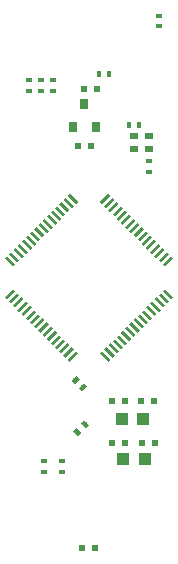
<source format=gbr>
G04 #@! TF.GenerationSoftware,KiCad,Pcbnew,5.1.2*
G04 #@! TF.CreationDate,2019-08-04T19:59:17+02:00*
G04 #@! TF.ProjectId,neutron-c,6e657574-726f-46e2-9d63-2e6b69636164,rev?*
G04 #@! TF.SameCoordinates,Original*
G04 #@! TF.FileFunction,Paste,Top*
G04 #@! TF.FilePolarity,Positive*
%FSLAX46Y46*%
G04 Gerber Fmt 4.6, Leading zero omitted, Abs format (unit mm)*
G04 Created by KiCad (PCBNEW 5.1.2) date 2019-08-04 19:59:17*
%MOMM*%
%LPD*%
G04 APERTURE LIST*
%ADD10R,0.600000X0.400000*%
%ADD11R,0.600000X0.500000*%
%ADD12R,0.400000X0.600000*%
%ADD13R,1.050000X1.100000*%
%ADD14R,0.700000X0.600000*%
%ADD15C,0.400000*%
%ADD16C,0.100000*%
%ADD17C,0.250000*%
%ADD18R,0.800000X0.900000*%
G04 APERTURE END LIST*
D10*
X182499000Y-14293000D03*
X182499000Y-13393000D03*
D11*
X182033000Y-45974000D03*
X180933000Y-45974000D03*
D12*
X177350000Y-18288000D03*
X178250000Y-18288000D03*
D11*
X181060000Y-49530000D03*
X182160000Y-49530000D03*
X179620000Y-49530000D03*
X178520000Y-49530000D03*
D13*
X181138000Y-47498000D03*
X179288000Y-47498000D03*
X179415000Y-50927000D03*
X181265000Y-50927000D03*
D11*
X175980000Y-58420000D03*
X177080000Y-58420000D03*
X178520000Y-45974000D03*
X179620000Y-45974000D03*
D10*
X172720000Y-52012000D03*
X172720000Y-51112000D03*
D11*
X177207000Y-19558000D03*
X176107000Y-19558000D03*
X175599000Y-24384000D03*
X176699000Y-24384000D03*
D14*
X181610000Y-23580000D03*
X181610000Y-24680000D03*
X180340000Y-23580000D03*
X180340000Y-24680000D03*
D10*
X174244000Y-52012000D03*
X174244000Y-51112000D03*
X181610000Y-25712000D03*
X181610000Y-26612000D03*
D12*
X179890000Y-22606000D03*
X180790000Y-22606000D03*
D10*
X171450000Y-18854000D03*
X171450000Y-19754000D03*
X173482000Y-19754000D03*
X173482000Y-18854000D03*
X172466000Y-18854000D03*
X172466000Y-19754000D03*
D15*
X176191408Y-47977904D03*
D16*
G36*
X176262119Y-48331457D02*
G01*
X175837855Y-47907193D01*
X176120697Y-47624351D01*
X176544961Y-48048615D01*
X176262119Y-48331457D01*
X176262119Y-48331457D01*
G37*
D15*
X175555012Y-48614300D03*
D16*
G36*
X175625723Y-48967853D02*
G01*
X175201459Y-48543589D01*
X175484301Y-48260747D01*
X175908565Y-48685011D01*
X175625723Y-48967853D01*
X175625723Y-48967853D01*
G37*
D15*
X175375407Y-44206197D03*
D16*
G36*
X175021854Y-44276908D02*
G01*
X175446118Y-43852644D01*
X175728960Y-44135486D01*
X175304696Y-44559750D01*
X175021854Y-44276908D01*
X175021854Y-44276908D01*
G37*
D15*
X176011803Y-44842593D03*
D16*
G36*
X175658250Y-44913304D02*
G01*
X176082514Y-44489040D01*
X176365356Y-44771882D01*
X175941092Y-45196146D01*
X175658250Y-44913304D01*
X175658250Y-44913304D01*
G37*
D17*
X175151142Y-42242159D03*
D16*
G36*
X175416307Y-41800217D02*
G01*
X175593084Y-41976994D01*
X174885977Y-42684101D01*
X174709200Y-42507324D01*
X175416307Y-41800217D01*
X175416307Y-41800217D01*
G37*
D17*
X174797588Y-41888606D03*
D16*
G36*
X175062753Y-41446664D02*
G01*
X175239530Y-41623441D01*
X174532423Y-42330548D01*
X174355646Y-42153771D01*
X175062753Y-41446664D01*
X175062753Y-41446664D01*
G37*
D17*
X174444035Y-41535052D03*
D16*
G36*
X174709200Y-41093110D02*
G01*
X174885977Y-41269887D01*
X174178870Y-41976994D01*
X174002093Y-41800217D01*
X174709200Y-41093110D01*
X174709200Y-41093110D01*
G37*
D17*
X174090482Y-41181499D03*
D16*
G36*
X174355647Y-40739557D02*
G01*
X174532424Y-40916334D01*
X173825317Y-41623441D01*
X173648540Y-41446664D01*
X174355647Y-40739557D01*
X174355647Y-40739557D01*
G37*
D17*
X173736928Y-40827946D03*
D16*
G36*
X174002093Y-40386004D02*
G01*
X174178870Y-40562781D01*
X173471763Y-41269888D01*
X173294986Y-41093111D01*
X174002093Y-40386004D01*
X174002093Y-40386004D01*
G37*
D17*
X173383375Y-40474392D03*
D16*
G36*
X173648540Y-40032450D02*
G01*
X173825317Y-40209227D01*
X173118210Y-40916334D01*
X172941433Y-40739557D01*
X173648540Y-40032450D01*
X173648540Y-40032450D01*
G37*
D17*
X173029821Y-40120839D03*
D16*
G36*
X173294986Y-39678897D02*
G01*
X173471763Y-39855674D01*
X172764656Y-40562781D01*
X172587879Y-40386004D01*
X173294986Y-39678897D01*
X173294986Y-39678897D01*
G37*
D17*
X172676268Y-39767285D03*
D16*
G36*
X172941433Y-39325343D02*
G01*
X173118210Y-39502120D01*
X172411103Y-40209227D01*
X172234326Y-40032450D01*
X172941433Y-39325343D01*
X172941433Y-39325343D01*
G37*
D17*
X172322715Y-39413732D03*
D16*
G36*
X172587880Y-38971790D02*
G01*
X172764657Y-39148567D01*
X172057550Y-39855674D01*
X171880773Y-39678897D01*
X172587880Y-38971790D01*
X172587880Y-38971790D01*
G37*
D17*
X171969161Y-39060179D03*
D16*
G36*
X172234326Y-38618237D02*
G01*
X172411103Y-38795014D01*
X171703996Y-39502121D01*
X171527219Y-39325344D01*
X172234326Y-38618237D01*
X172234326Y-38618237D01*
G37*
D17*
X171615608Y-38706625D03*
D16*
G36*
X171880773Y-38264683D02*
G01*
X172057550Y-38441460D01*
X171350443Y-39148567D01*
X171173666Y-38971790D01*
X171880773Y-38264683D01*
X171880773Y-38264683D01*
G37*
D17*
X171262054Y-38353072D03*
D16*
G36*
X171527219Y-37911130D02*
G01*
X171703996Y-38087907D01*
X170996889Y-38795014D01*
X170820112Y-38618237D01*
X171527219Y-37911130D01*
X171527219Y-37911130D01*
G37*
D17*
X170908501Y-37999518D03*
D16*
G36*
X171173666Y-37557576D02*
G01*
X171350443Y-37734353D01*
X170643336Y-38441460D01*
X170466559Y-38264683D01*
X171173666Y-37557576D01*
X171173666Y-37557576D01*
G37*
D17*
X170554948Y-37645965D03*
D16*
G36*
X170820113Y-37204023D02*
G01*
X170996890Y-37380800D01*
X170289783Y-38087907D01*
X170113006Y-37911130D01*
X170820113Y-37204023D01*
X170820113Y-37204023D01*
G37*
D17*
X170201394Y-37292412D03*
D16*
G36*
X170466559Y-36850470D02*
G01*
X170643336Y-37027247D01*
X169936229Y-37734354D01*
X169759452Y-37557577D01*
X170466559Y-36850470D01*
X170466559Y-36850470D01*
G37*
D17*
X169847841Y-36938858D03*
D16*
G36*
X170113006Y-36496916D02*
G01*
X170289783Y-36673693D01*
X169582676Y-37380800D01*
X169405899Y-37204023D01*
X170113006Y-36496916D01*
X170113006Y-36496916D01*
G37*
D17*
X169847841Y-34181142D03*
D16*
G36*
X170289783Y-34446307D02*
G01*
X170113006Y-34623084D01*
X169405899Y-33915977D01*
X169582676Y-33739200D01*
X170289783Y-34446307D01*
X170289783Y-34446307D01*
G37*
D17*
X170201394Y-33827588D03*
D16*
G36*
X170643336Y-34092753D02*
G01*
X170466559Y-34269530D01*
X169759452Y-33562423D01*
X169936229Y-33385646D01*
X170643336Y-34092753D01*
X170643336Y-34092753D01*
G37*
D17*
X170554948Y-33474035D03*
D16*
G36*
X170996890Y-33739200D02*
G01*
X170820113Y-33915977D01*
X170113006Y-33208870D01*
X170289783Y-33032093D01*
X170996890Y-33739200D01*
X170996890Y-33739200D01*
G37*
D17*
X170908501Y-33120482D03*
D16*
G36*
X171350443Y-33385647D02*
G01*
X171173666Y-33562424D01*
X170466559Y-32855317D01*
X170643336Y-32678540D01*
X171350443Y-33385647D01*
X171350443Y-33385647D01*
G37*
D17*
X171262054Y-32766928D03*
D16*
G36*
X171703996Y-33032093D02*
G01*
X171527219Y-33208870D01*
X170820112Y-32501763D01*
X170996889Y-32324986D01*
X171703996Y-33032093D01*
X171703996Y-33032093D01*
G37*
D17*
X171615608Y-32413375D03*
D16*
G36*
X172057550Y-32678540D02*
G01*
X171880773Y-32855317D01*
X171173666Y-32148210D01*
X171350443Y-31971433D01*
X172057550Y-32678540D01*
X172057550Y-32678540D01*
G37*
D17*
X171969161Y-32059821D03*
D16*
G36*
X172411103Y-32324986D02*
G01*
X172234326Y-32501763D01*
X171527219Y-31794656D01*
X171703996Y-31617879D01*
X172411103Y-32324986D01*
X172411103Y-32324986D01*
G37*
D17*
X172322715Y-31706268D03*
D16*
G36*
X172764657Y-31971433D02*
G01*
X172587880Y-32148210D01*
X171880773Y-31441103D01*
X172057550Y-31264326D01*
X172764657Y-31971433D01*
X172764657Y-31971433D01*
G37*
D17*
X172676268Y-31352715D03*
D16*
G36*
X173118210Y-31617880D02*
G01*
X172941433Y-31794657D01*
X172234326Y-31087550D01*
X172411103Y-30910773D01*
X173118210Y-31617880D01*
X173118210Y-31617880D01*
G37*
D17*
X173029821Y-30999161D03*
D16*
G36*
X173471763Y-31264326D02*
G01*
X173294986Y-31441103D01*
X172587879Y-30733996D01*
X172764656Y-30557219D01*
X173471763Y-31264326D01*
X173471763Y-31264326D01*
G37*
D17*
X173383375Y-30645608D03*
D16*
G36*
X173825317Y-30910773D02*
G01*
X173648540Y-31087550D01*
X172941433Y-30380443D01*
X173118210Y-30203666D01*
X173825317Y-30910773D01*
X173825317Y-30910773D01*
G37*
D17*
X173736928Y-30292054D03*
D16*
G36*
X174178870Y-30557219D02*
G01*
X174002093Y-30733996D01*
X173294986Y-30026889D01*
X173471763Y-29850112D01*
X174178870Y-30557219D01*
X174178870Y-30557219D01*
G37*
D17*
X174090482Y-29938501D03*
D16*
G36*
X174532424Y-30203666D02*
G01*
X174355647Y-30380443D01*
X173648540Y-29673336D01*
X173825317Y-29496559D01*
X174532424Y-30203666D01*
X174532424Y-30203666D01*
G37*
D17*
X174444035Y-29584948D03*
D16*
G36*
X174885977Y-29850113D02*
G01*
X174709200Y-30026890D01*
X174002093Y-29319783D01*
X174178870Y-29143006D01*
X174885977Y-29850113D01*
X174885977Y-29850113D01*
G37*
D17*
X174797588Y-29231394D03*
D16*
G36*
X175239530Y-29496559D02*
G01*
X175062753Y-29673336D01*
X174355646Y-28966229D01*
X174532423Y-28789452D01*
X175239530Y-29496559D01*
X175239530Y-29496559D01*
G37*
D17*
X175151142Y-28877841D03*
D16*
G36*
X175593084Y-29143006D02*
G01*
X175416307Y-29319783D01*
X174709200Y-28612676D01*
X174885977Y-28435899D01*
X175593084Y-29143006D01*
X175593084Y-29143006D01*
G37*
D17*
X177908858Y-28877841D03*
D16*
G36*
X178174023Y-28435899D02*
G01*
X178350800Y-28612676D01*
X177643693Y-29319783D01*
X177466916Y-29143006D01*
X178174023Y-28435899D01*
X178174023Y-28435899D01*
G37*
D17*
X178262412Y-29231394D03*
D16*
G36*
X178527577Y-28789452D02*
G01*
X178704354Y-28966229D01*
X177997247Y-29673336D01*
X177820470Y-29496559D01*
X178527577Y-28789452D01*
X178527577Y-28789452D01*
G37*
D17*
X178615965Y-29584948D03*
D16*
G36*
X178881130Y-29143006D02*
G01*
X179057907Y-29319783D01*
X178350800Y-30026890D01*
X178174023Y-29850113D01*
X178881130Y-29143006D01*
X178881130Y-29143006D01*
G37*
D17*
X178969518Y-29938501D03*
D16*
G36*
X179234683Y-29496559D02*
G01*
X179411460Y-29673336D01*
X178704353Y-30380443D01*
X178527576Y-30203666D01*
X179234683Y-29496559D01*
X179234683Y-29496559D01*
G37*
D17*
X179323072Y-30292054D03*
D16*
G36*
X179588237Y-29850112D02*
G01*
X179765014Y-30026889D01*
X179057907Y-30733996D01*
X178881130Y-30557219D01*
X179588237Y-29850112D01*
X179588237Y-29850112D01*
G37*
D17*
X179676625Y-30645608D03*
D16*
G36*
X179941790Y-30203666D02*
G01*
X180118567Y-30380443D01*
X179411460Y-31087550D01*
X179234683Y-30910773D01*
X179941790Y-30203666D01*
X179941790Y-30203666D01*
G37*
D17*
X180030179Y-30999161D03*
D16*
G36*
X180295344Y-30557219D02*
G01*
X180472121Y-30733996D01*
X179765014Y-31441103D01*
X179588237Y-31264326D01*
X180295344Y-30557219D01*
X180295344Y-30557219D01*
G37*
D17*
X180383732Y-31352715D03*
D16*
G36*
X180648897Y-30910773D02*
G01*
X180825674Y-31087550D01*
X180118567Y-31794657D01*
X179941790Y-31617880D01*
X180648897Y-30910773D01*
X180648897Y-30910773D01*
G37*
D17*
X180737285Y-31706268D03*
D16*
G36*
X181002450Y-31264326D02*
G01*
X181179227Y-31441103D01*
X180472120Y-32148210D01*
X180295343Y-31971433D01*
X181002450Y-31264326D01*
X181002450Y-31264326D01*
G37*
D17*
X181090839Y-32059821D03*
D16*
G36*
X181356004Y-31617879D02*
G01*
X181532781Y-31794656D01*
X180825674Y-32501763D01*
X180648897Y-32324986D01*
X181356004Y-31617879D01*
X181356004Y-31617879D01*
G37*
D17*
X181444392Y-32413375D03*
D16*
G36*
X181709557Y-31971433D02*
G01*
X181886334Y-32148210D01*
X181179227Y-32855317D01*
X181002450Y-32678540D01*
X181709557Y-31971433D01*
X181709557Y-31971433D01*
G37*
D17*
X181797946Y-32766928D03*
D16*
G36*
X182063111Y-32324986D02*
G01*
X182239888Y-32501763D01*
X181532781Y-33208870D01*
X181356004Y-33032093D01*
X182063111Y-32324986D01*
X182063111Y-32324986D01*
G37*
D17*
X182151499Y-33120482D03*
D16*
G36*
X182416664Y-32678540D02*
G01*
X182593441Y-32855317D01*
X181886334Y-33562424D01*
X181709557Y-33385647D01*
X182416664Y-32678540D01*
X182416664Y-32678540D01*
G37*
D17*
X182505052Y-33474035D03*
D16*
G36*
X182770217Y-33032093D02*
G01*
X182946994Y-33208870D01*
X182239887Y-33915977D01*
X182063110Y-33739200D01*
X182770217Y-33032093D01*
X182770217Y-33032093D01*
G37*
D17*
X182858606Y-33827588D03*
D16*
G36*
X183123771Y-33385646D02*
G01*
X183300548Y-33562423D01*
X182593441Y-34269530D01*
X182416664Y-34092753D01*
X183123771Y-33385646D01*
X183123771Y-33385646D01*
G37*
D17*
X183212159Y-34181142D03*
D16*
G36*
X183477324Y-33739200D02*
G01*
X183654101Y-33915977D01*
X182946994Y-34623084D01*
X182770217Y-34446307D01*
X183477324Y-33739200D01*
X183477324Y-33739200D01*
G37*
D17*
X183212159Y-36938858D03*
D16*
G36*
X183654101Y-37204023D02*
G01*
X183477324Y-37380800D01*
X182770217Y-36673693D01*
X182946994Y-36496916D01*
X183654101Y-37204023D01*
X183654101Y-37204023D01*
G37*
D17*
X182858606Y-37292412D03*
D16*
G36*
X183300548Y-37557577D02*
G01*
X183123771Y-37734354D01*
X182416664Y-37027247D01*
X182593441Y-36850470D01*
X183300548Y-37557577D01*
X183300548Y-37557577D01*
G37*
D17*
X182505052Y-37645965D03*
D16*
G36*
X182946994Y-37911130D02*
G01*
X182770217Y-38087907D01*
X182063110Y-37380800D01*
X182239887Y-37204023D01*
X182946994Y-37911130D01*
X182946994Y-37911130D01*
G37*
D17*
X182151499Y-37999518D03*
D16*
G36*
X182593441Y-38264683D02*
G01*
X182416664Y-38441460D01*
X181709557Y-37734353D01*
X181886334Y-37557576D01*
X182593441Y-38264683D01*
X182593441Y-38264683D01*
G37*
D17*
X181797946Y-38353072D03*
D16*
G36*
X182239888Y-38618237D02*
G01*
X182063111Y-38795014D01*
X181356004Y-38087907D01*
X181532781Y-37911130D01*
X182239888Y-38618237D01*
X182239888Y-38618237D01*
G37*
D17*
X181444392Y-38706625D03*
D16*
G36*
X181886334Y-38971790D02*
G01*
X181709557Y-39148567D01*
X181002450Y-38441460D01*
X181179227Y-38264683D01*
X181886334Y-38971790D01*
X181886334Y-38971790D01*
G37*
D17*
X181090839Y-39060179D03*
D16*
G36*
X181532781Y-39325344D02*
G01*
X181356004Y-39502121D01*
X180648897Y-38795014D01*
X180825674Y-38618237D01*
X181532781Y-39325344D01*
X181532781Y-39325344D01*
G37*
D17*
X180737285Y-39413732D03*
D16*
G36*
X181179227Y-39678897D02*
G01*
X181002450Y-39855674D01*
X180295343Y-39148567D01*
X180472120Y-38971790D01*
X181179227Y-39678897D01*
X181179227Y-39678897D01*
G37*
D17*
X180383732Y-39767285D03*
D16*
G36*
X180825674Y-40032450D02*
G01*
X180648897Y-40209227D01*
X179941790Y-39502120D01*
X180118567Y-39325343D01*
X180825674Y-40032450D01*
X180825674Y-40032450D01*
G37*
D17*
X180030179Y-40120839D03*
D16*
G36*
X180472121Y-40386004D02*
G01*
X180295344Y-40562781D01*
X179588237Y-39855674D01*
X179765014Y-39678897D01*
X180472121Y-40386004D01*
X180472121Y-40386004D01*
G37*
D17*
X179676625Y-40474392D03*
D16*
G36*
X180118567Y-40739557D02*
G01*
X179941790Y-40916334D01*
X179234683Y-40209227D01*
X179411460Y-40032450D01*
X180118567Y-40739557D01*
X180118567Y-40739557D01*
G37*
D17*
X179323072Y-40827946D03*
D16*
G36*
X179765014Y-41093111D02*
G01*
X179588237Y-41269888D01*
X178881130Y-40562781D01*
X179057907Y-40386004D01*
X179765014Y-41093111D01*
X179765014Y-41093111D01*
G37*
D17*
X178969518Y-41181499D03*
D16*
G36*
X179411460Y-41446664D02*
G01*
X179234683Y-41623441D01*
X178527576Y-40916334D01*
X178704353Y-40739557D01*
X179411460Y-41446664D01*
X179411460Y-41446664D01*
G37*
D17*
X178615965Y-41535052D03*
D16*
G36*
X179057907Y-41800217D02*
G01*
X178881130Y-41976994D01*
X178174023Y-41269887D01*
X178350800Y-41093110D01*
X179057907Y-41800217D01*
X179057907Y-41800217D01*
G37*
D17*
X178262412Y-41888606D03*
D16*
G36*
X178704354Y-42153771D02*
G01*
X178527577Y-42330548D01*
X177820470Y-41623441D01*
X177997247Y-41446664D01*
X178704354Y-42153771D01*
X178704354Y-42153771D01*
G37*
D17*
X177908858Y-42242159D03*
D16*
G36*
X178350800Y-42507324D02*
G01*
X178174023Y-42684101D01*
X177466916Y-41976994D01*
X177643693Y-41800217D01*
X178350800Y-42507324D01*
X178350800Y-42507324D01*
G37*
D18*
X176149000Y-20844000D03*
X177099000Y-22844000D03*
X175199000Y-22844000D03*
M02*

</source>
